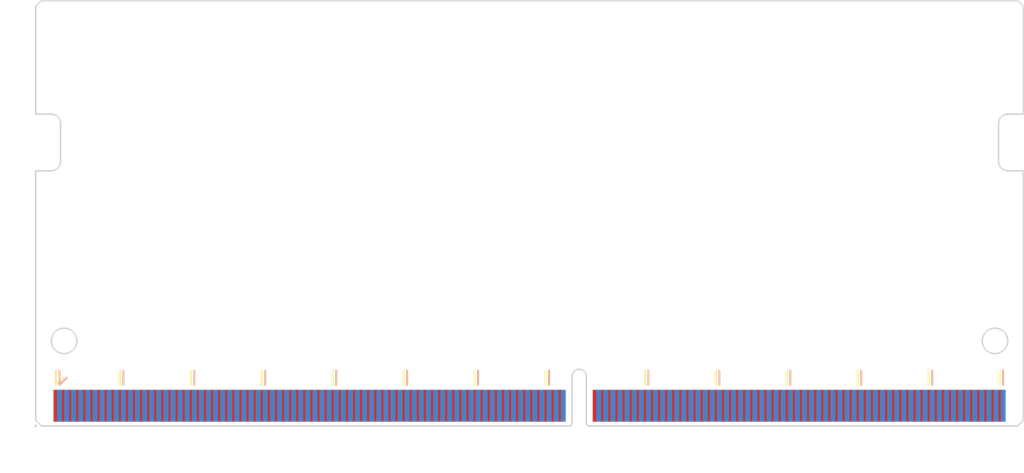
<source format=kicad_pcb>
(kicad_pcb (version 20240108) (generator "pcbnew") (generator_version "8.0")
  (layers (0 "F.Cu" signal) (1 "In1.Cu" power) (2 "In2.Cu" power) (3 "In3.Cu" signal) (4 "In4.Cu" power) (31 "B.Cu" signal) (34 "B.Paste" user) (35 "F.Paste" user) (36 "B.SilkS" user "B.Silkscreen") (37 "F.SilkS" user "F.Silkscreen") (38 "B.Mask" user) (39 "F.Mask" user) (44 "Edge.Cuts" user))
  (net 0 "")
  (footprint "pcblib:SODIMM-P260" (layer "F.Cu") (at 100 100)
    (property "Reference" "REF**" (hide yes))
    (property "Value" "SODIMM-P260" (hide yes))
    (fp_line (start 1.675 -2.9) (end 1.675 -3.9) (stroke (width 0.15)) (layer "B.SilkS"))
    (fp_line (start 1.675 -2.9) (end 2.175 -3.4) (stroke (width 0.15)) (layer "B.SilkS"))
    (fp_line (start 6.175 -2.9) (end 6.175 -3.9) (stroke (width 0.15)) (layer "B.SilkS"))
    (fp_line (start 11.175 -2.9) (end 11.175 -3.9) (stroke (width 0.15)) (layer "B.SilkS"))
    (fp_line (start 16.175 -2.9) (end 16.175 -3.9) (stroke (width 0.15)) (layer "B.SilkS"))
    (fp_line (start 21.175 -2.9) (end 21.175 -3.9) (stroke (width 0.15)) (layer "B.SilkS"))
    (fp_line (start 26.175 -2.9) (end 26.175 -3.9) (stroke (width 0.15)) (layer "B.SilkS"))
    (fp_line (start 31.175 -2.9) (end 31.175 -3.9) (stroke (width 0.15)) (layer "B.SilkS"))
    (fp_line (start 36.175 -2.9) (end 36.175 -3.9) (stroke (width 0.15)) (layer "B.SilkS"))
    (fp_line (start 43.175 -2.9) (end 43.175 -3.9) (stroke (width 0.15)) (layer "B.SilkS"))
    (fp_line (start 48.175 -2.9) (end 48.175 -3.9) (stroke (width 0.15)) (layer "B.SilkS"))
    (fp_line (start 53.175 -2.9) (end 53.175 -3.9) (stroke (width 0.15)) (layer "B.SilkS"))
    (fp_line (start 58.175 -2.9) (end 58.175 -3.9) (stroke (width 0.15)) (layer "B.SilkS"))
    (fp_line (start 63.175 -2.9) (end 63.175 -3.9) (stroke (width 0.15)) (layer "B.SilkS"))
    (fp_line (start 68.175 -2.9) (end 68.175 -3.9) (stroke (width 0.15)) (layer "B.SilkS"))
    (fp_line (start 1.425 -2.9) (end 1.425 -3.9) (stroke (width 0.15)) (layer "F.SilkS"))
    (fp_line (start 1.425 -2.9) (end 1.925 -3.4) (stroke (width 0.15)) (layer "F.SilkS"))
    (fp_line (start 5.925 -2.9) (end 5.925 -3.9) (stroke (width 0.15)) (layer "F.SilkS"))
    (fp_line (start 10.925 -2.9) (end 10.925 -3.9) (stroke (width 0.15)) (layer "F.SilkS"))
    (fp_line (start 15.925 -2.9) (end 15.925 -3.9) (stroke (width 0.15)) (layer "F.SilkS"))
    (fp_line (start 20.925 -2.9) (end 20.925 -3.9) (stroke (width 0.15)) (layer "F.SilkS"))
    (fp_line (start 25.925 -2.9) (end 25.925 -3.9) (stroke (width 0.15)) (layer "F.SilkS"))
    (fp_line (start 30.925 -2.9) (end 30.925 -3.9) (stroke (width 0.15)) (layer "F.SilkS"))
    (fp_line (start 35.925 -2.9) (end 35.925 -3.9) (stroke (width 0.15)) (layer "F.SilkS"))
    (fp_line (start 42.925 -2.9) (end 42.925 -3.9) (stroke (width 0.15)) (layer "F.SilkS"))
    (fp_line (start 47.925 -2.9) (end 47.925 -3.9) (stroke (width 0.15)) (layer "F.SilkS"))
    (fp_line (start 52.925 -2.9) (end 52.925 -3.9) (stroke (width 0.15)) (layer "F.SilkS"))
    (fp_line (start 57.925 -2.9) (end 57.925 -3.9) (stroke (width 0.15)) (layer "F.SilkS"))
    (fp_line (start 62.925 -2.9) (end 62.925 -3.9) (stroke (width 0.15)) (layer "F.SilkS"))
    (fp_line (start 67.925 -2.9) (end 67.925 -3.9) (stroke (width 0.15)) (layer "F.SilkS"))
    (pad "" np_thru_hole circle (at 2 -6) (size 1 1) (drill 1.9) (layers "F&B.Cu" "*.Mask"))
    (pad "" np_thru_hole circle (at 67.6 -6) (size 1 1) (drill 1.9) (layers "F&B.Cu" "*.Mask"))
    (pad "1" connect rect (at 1.425 -1.425) (size 0.35 2.25) (layers "F.Cu" "F.Mask"))
    (pad "2" connect rect (at 1.675 -1.425) (size 0.35 2.25) (layers "B.Cu" "B.Mask"))
    (pad "3" connect rect (at 1.925 -1.425) (size 0.35 2.25) (layers "F.Cu" "F.Mask"))
    (pad "4" connect rect (at 2.175 -1.425) (size 0.35 2.25) (layers "B.Cu" "B.Mask"))
    (pad "5" connect rect (at 2.425 -1.425) (size 0.35 2.25) (layers "F.Cu" "F.Mask"))
    (pad "6" connect rect (at 2.675 -1.425) (size 0.35 2.25) (layers "B.Cu" "B.Mask"))
    (pad "7" connect rect (at 2.925 -1.425) (size 0.35 2.25) (layers "F.Cu" "F.Mask"))
    (pad "8" connect rect (at 3.175 -1.425) (size 0.35 2.25) (layers "B.Cu" "B.Mask"))
    (pad "9" connect rect (at 3.425 -1.425) (size 0.35 2.25) (layers "F.Cu" "F.Mask"))
    (pad "10" connect rect (at 3.675 -1.425) (size 0.35 2.25) (layers "B.Cu" "B.Mask"))
    (pad "11" connect rect (at 3.925 -1.425) (size 0.35 2.25) (layers "F.Cu" "F.Mask"))
    (pad "12" connect rect (at 4.175 -1.425) (size 0.35 2.25) (layers "B.Cu" "B.Mask"))
    (pad "13" connect rect (at 4.425 -1.425) (size 0.35 2.25) (layers "F.Cu" "F.Mask"))
    (pad "14" connect rect (at 4.675 -1.425) (size 0.35 2.25) (layers "B.Cu" "B.Mask"))
    (pad "15" connect rect (at 4.925 -1.425) (size 0.35 2.25) (layers "F.Cu" "F.Mask"))
    (pad "16" connect rect (at 5.175 -1.425) (size 0.35 2.25) (layers "B.Cu" "B.Mask"))
    (pad "17" connect rect (at 5.425 -1.425) (size 0.35 2.25) (layers "F.Cu" "F.Mask"))
    (pad "18" connect rect (at 5.675 -1.425) (size 0.35 2.25) (layers "B.Cu" "B.Mask"))
    (pad "19" connect rect (at 5.925 -1.425) (size 0.35 2.25) (layers "F.Cu" "F.Mask"))
    (pad "20" connect rect (at 6.175 -1.425) (size 0.35 2.25) (layers "B.Cu" "B.Mask"))
    (pad "21" connect rect (at 6.425 -1.425) (size 0.35 2.25) (layers "F.Cu" "F.Mask"))
    (pad "22" connect rect (at 6.675 -1.425) (size 0.35 2.25) (layers "B.Cu" "B.Mask"))
    (pad "23" connect rect (at 6.925 -1.425) (size 0.35 2.25) (layers "F.Cu" "F.Mask"))
    (pad "24" connect rect (at 7.175 -1.425) (size 0.35 2.25) (layers "B.Cu" "B.Mask"))
    (pad "25" connect rect (at 7.425 -1.425) (size 0.35 2.25) (layers "F.Cu" "F.Mask"))
    (pad "26" connect rect (at 7.675 -1.425) (size 0.35 2.25) (layers "B.Cu" "B.Mask"))
    (pad "27" connect rect (at 7.925 -1.425) (size 0.35 2.25) (layers "F.Cu" "F.Mask"))
    (pad "28" connect rect (at 8.175 -1.425) (size 0.35 2.25) (layers "B.Cu" "B.Mask"))
    (pad "29" connect rect (at 8.425 -1.425) (size 0.35 2.25) (layers "F.Cu" "F.Mask"))
    (pad "30" connect rect (at 8.675 -1.425) (size 0.35 2.25) (layers "B.Cu" "B.Mask"))
    (pad "31" connect rect (at 8.925 -1.425) (size 0.35 2.25) (layers "F.Cu" "F.Mask"))
    (pad "32" connect rect (at 9.175 -1.425) (size 0.35 2.25) (layers "B.Cu" "B.Mask"))
    (pad "33" connect rect (at 9.425 -1.425) (size 0.35 2.25) (layers "F.Cu" "F.Mask"))
    (pad "34" connect rect (at 9.675 -1.425) (size 0.35 2.25) (layers "B.Cu" "B.Mask"))
    (pad "35" connect rect (at 9.925 -1.425) (size 0.35 2.25) (layers "F.Cu" "F.Mask"))
    (pad "36" connect rect (at 10.175 -1.425) (size 0.35 2.25) (layers "B.Cu" "B.Mask"))
    (pad "37" connect rect (at 10.425 -1.425) (size 0.35 2.25) (layers "F.Cu" "F.Mask"))
    (pad "38" connect rect (at 10.675 -1.425) (size 0.35 2.25) (layers "B.Cu" "B.Mask"))
    (pad "39" connect rect (at 10.925 -1.425) (size 0.35 2.25) (layers "F.Cu" "F.Mask"))
    (pad "40" connect rect (at 11.175 -1.425) (size 0.35 2.25) (layers "B.Cu" "B.Mask"))
    (pad "41" connect rect (at 11.425 -1.425) (size 0.35 2.25) (layers "F.Cu" "F.Mask"))
    (pad "42" connect rect (at 11.675 -1.425) (size 0.35 2.25) (layers "B.Cu" "B.Mask"))
    (pad "43" connect rect (at 11.925 -1.425) (size 0.35 2.25) (layers "F.Cu" "F.Mask"))
    (pad "44" connect rect (at 12.175 -1.425) (size 0.35 2.25) (layers "B.Cu" "B.Mask"))
    (pad "45" connect rect (at 12.425 -1.425) (size 0.35 2.25) (layers "F.Cu" "F.Mask"))
    (pad "46" connect rect (at 12.675 -1.425) (size 0.35 2.25) (layers "B.Cu" "B.Mask"))
    (pad "47" connect rect (at 12.925 -1.425) (size 0.35 2.25) (layers "F.Cu" "F.Mask"))
    (pad "48" connect rect (at 13.175 -1.425) (size 0.35 2.25) (layers "B.Cu" "B.Mask"))
    (pad "49" connect rect (at 13.425 -1.425) (size 0.35 2.25) (layers "F.Cu" "F.Mask"))
    (pad "50" connect rect (at 13.675 -1.425) (size 0.35 2.25) (layers "B.Cu" "B.Mask"))
    (pad "51" connect rect (at 13.925 -1.425) (size 0.35 2.25) (layers "F.Cu" "F.Mask"))
    (pad "52" connect rect (at 14.175 -1.425) (size 0.35 2.25) (layers "B.Cu" "B.Mask"))
    (pad "53" connect rect (at 14.425 -1.425) (size 0.35 2.25) (layers "F.Cu" "F.Mask"))
    (pad "54" connect rect (at 14.675 -1.425) (size 0.35 2.25) (layers "B.Cu" "B.Mask"))
    (pad "55" connect rect (at 14.925 -1.425) (size 0.35 2.25) (layers "F.Cu" "F.Mask"))
    (pad "56" connect rect (at 15.175 -1.425) (size 0.35 2.25) (layers "B.Cu" "B.Mask"))
    (pad "57" connect rect (at 15.425 -1.425) (size 0.35 2.25) (layers "F.Cu" "F.Mask"))
    (pad "58" connect rect (at 15.675 -1.425) (size 0.35 2.25) (layers "B.Cu" "B.Mask"))
    (pad "59" connect rect (at 15.925 -1.425) (size 0.35 2.25) (layers "F.Cu" "F.Mask"))
    (pad "60" connect rect (at 16.175 -1.425) (size 0.35 2.25) (layers "B.Cu" "B.Mask"))
    (pad "61" connect rect (at 16.425 -1.425) (size 0.35 2.25) (layers "F.Cu" "F.Mask"))
    (pad "62" connect rect (at 16.675 -1.425) (size 0.35 2.25) (layers "B.Cu" "B.Mask"))
    (pad "63" connect rect (at 16.925 -1.425) (size 0.35 2.25) (layers "F.Cu" "F.Mask"))
    (pad "64" connect rect (at 17.175 -1.425) (size 0.35 2.25) (layers "B.Cu" "B.Mask"))
    (pad "65" connect rect (at 17.425 -1.425) (size 0.35 2.25) (layers "F.Cu" "F.Mask"))
    (pad "66" connect rect (at 17.675 -1.425) (size 0.35 2.25) (layers "B.Cu" "B.Mask"))
    (pad "67" connect rect (at 17.925 -1.425) (size 0.35 2.25) (layers "F.Cu" "F.Mask"))
    (pad "68" connect rect (at 18.175 -1.425) (size 0.35 2.25) (layers "B.Cu" "B.Mask"))
    (pad "69" connect rect (at 18.425 -1.425) (size 0.35 2.25) (layers "F.Cu" "F.Mask"))
    (pad "70" connect rect (at 18.675 -1.425) (size 0.35 2.25) (layers "B.Cu" "B.Mask"))
    (pad "71" connect rect (at 18.925 -1.425) (size 0.35 2.25) (layers "F.Cu" "F.Mask"))
    (pad "72" connect rect (at 19.175 -1.425) (size 0.35 2.25) (layers "B.Cu" "B.Mask"))
    (pad "73" connect rect (at 19.425 -1.425) (size 0.35 2.25) (layers "F.Cu" "F.Mask"))
    (pad "74" connect rect (at 19.675 -1.425) (size 0.35 2.25) (layers "B.Cu" "B.Mask"))
    (pad "75" connect rect (at 19.925 -1.425) (size 0.35 2.25) (layers "F.Cu" "F.Mask"))
    (pad "76" connect rect (at 20.175 -1.425) (size 0.35 2.25) (layers "B.Cu" "B.Mask"))
    (pad "77" connect rect (at 20.425 -1.425) (size 0.35 2.25) (layers "F.Cu" "F.Mask"))
    (pad "78" connect rect (at 20.675 -1.425) (size 0.35 2.25) (layers "B.Cu" "B.Mask"))
    (pad "79" connect rect (at 20.925 -1.425) (size 0.35 2.25) (layers "F.Cu" "F.Mask"))
    (pad "80" connect rect (at 21.175 -1.425) (size 0.35 2.25) (layers "B.Cu" "B.Mask"))
    (pad "81" connect rect (at 21.425 -1.425) (size 0.35 2.25) (layers "F.Cu" "F.Mask"))
    (pad "82" connect rect (at 21.675 -1.425) (size 0.35 2.25) (layers "B.Cu" "B.Mask"))
    (pad "83" connect rect (at 21.925 -1.425) (size 0.35 2.25) (layers "F.Cu" "F.Mask"))
    (pad "84" connect rect (at 22.175 -1.425) (size 0.35 2.25) (layers "B.Cu" "B.Mask"))
    (pad "85" connect rect (at 22.425 -1.425) (size 0.35 2.25) (layers "F.Cu" "F.Mask"))
    (pad "86" connect rect (at 22.675 -1.425) (size 0.35 2.25) (layers "B.Cu" "B.Mask"))
    (pad "87" connect rect (at 22.925 -1.425) (size 0.35 2.25) (layers "F.Cu" "F.Mask"))
    (pad "88" connect rect (at 23.175 -1.425) (size 0.35 2.25) (layers "B.Cu" "B.Mask"))
    (pad "89" connect rect (at 23.425 -1.425) (size 0.35 2.25) (layers "F.Cu" "F.Mask"))
    (pad "90" connect rect (at 23.675 -1.425) (size 0.35 2.25) (layers "B.Cu" "B.Mask"))
    (pad "91" connect rect (at 23.925 -1.425) (size 0.35 2.25) (layers "F.Cu" "F.Mask"))
    (pad "92" connect rect (at 24.175 -1.425) (size 0.35 2.25) (layers "B.Cu" "B.Mask"))
    (pad "93" connect rect (at 24.425 -1.425) (size 0.35 2.25) (layers "F.Cu" "F.Mask"))
    (pad "94" connect rect (at 24.675 -1.425) (size 0.35 2.25) (layers "B.Cu" "B.Mask"))
    (pad "95" connect rect (at 24.925 -1.425) (size 0.35 2.25) (layers "F.Cu" "F.Mask"))
    (pad "96" connect rect (at 25.175 -1.425) (size 0.35 2.25) (layers "B.Cu" "B.Mask"))
    (pad "97" connect rect (at 25.425 -1.425) (size 0.35 2.25) (layers "F.Cu" "F.Mask"))
    (pad "98" connect rect (at 25.675 -1.425) (size 0.35 2.25) (layers "B.Cu" "B.Mask"))
    (pad "99" connect rect (at 25.925 -1.425) (size 0.35 2.25) (layers "F.Cu" "F.Mask"))
    (pad "100" connect rect (at 26.175 -1.425) (size 0.35 2.25) (layers "B.Cu" "B.Mask"))
    (pad "101" connect rect (at 26.425 -1.425) (size 0.35 2.25) (layers "F.Cu" "F.Mask"))
    (pad "102" connect rect (at 26.675 -1.425) (size 0.35 2.25) (layers "B.Cu" "B.Mask"))
    (pad "103" connect rect (at 26.925 -1.425) (size 0.35 2.25) (layers "F.Cu" "F.Mask"))
    (pad "104" connect rect (at 27.175 -1.425) (size 0.35 2.25) (layers "B.Cu" "B.Mask"))
    (pad "105" connect rect (at 27.425 -1.425) (size 0.35 2.25) (layers "F.Cu" "F.Mask"))
    (pad "106" connect rect (at 27.675 -1.425) (size 0.35 2.25) (layers "B.Cu" "B.Mask"))
    (pad "107" connect rect (at 27.925 -1.425) (size 0.35 2.25) (layers "F.Cu" "F.Mask"))
    (pad "108" connect rect (at 28.175 -1.425) (size 0.35 2.25) (layers "B.Cu" "B.Mask"))
    (pad "109" connect rect (at 28.425 -1.425) (size 0.35 2.25) (layers "F.Cu" "F.Mask"))
    (pad "110" connect rect (at 28.675 -1.425) (size 0.35 2.25) (layers "B.Cu" "B.Mask"))
    (pad "111" connect rect (at 28.925 -1.425) (size 0.35 2.25) (layers "F.Cu" "F.Mask"))
    (pad "112" connect rect (at 29.175 -1.425) (size 0.35 2.25) (layers "B.Cu" "B.Mask"))
    (pad "113" connect rect (at 29.425 -1.425) (size 0.35 2.25) (layers "F.Cu" "F.Mask"))
    (pad "114" connect rect (at 29.675 -1.425) (size 0.35 2.25) (layers "B.Cu" "B.Mask"))
    (pad "115" connect rect (at 29.925 -1.425) (size 0.35 2.25) (layers "F.Cu" "F.Mask"))
    (pad "116" connect rect (at 30.175 -1.425) (size 0.35 2.25) (layers "B.Cu" "B.Mask"))
    (pad "117" connect rect (at 30.425 -1.425) (size 0.35 2.25) (layers "F.Cu" "F.Mask"))
    (pad "118" connect rect (at 30.675 -1.425) (size 0.35 2.25) (layers "B.Cu" "B.Mask"))
    (pad "119" connect rect (at 30.925 -1.425) (size 0.35 2.25) (layers "F.Cu" "F.Mask"))
    (pad "120" connect rect (at 31.175 -1.425) (size 0.35 2.25) (layers "B.Cu" "B.Mask"))
    (pad "121" connect rect (at 31.425 -1.425) (size 0.35 2.25) (layers "F.Cu" "F.Mask"))
    (pad "122" connect rect (at 31.675 -1.425) (size 0.35 2.25) (layers "B.Cu" "B.Mask"))
    (pad "123" connect rect (at 31.925 -1.425) (size 0.35 2.25) (layers "F.Cu" "F.Mask"))
    (pad "124" connect rect (at 32.175 -1.425) (size 0.35 2.25) (layers "B.Cu" "B.Mask"))
    (pad "125" connect rect (at 32.425 -1.425) (size 0.35 2.25) (layers "F.Cu" "F.Mask"))
    (pad "126" connect rect (at 32.675 -1.425) (size 0.35 2.25) (layers "B.Cu" "B.Mask"))
    (pad "127" connect rect (at 32.925 -1.425) (size 0.35 2.25) (layers "F.Cu" "F.Mask"))
    (pad "128" connect rect (at 33.175 -1.425) (size 0.35 2.25) (layers "B.Cu" "B.Mask"))
    (pad "129" connect rect (at 33.425 -1.425) (size 0.35 2.25) (layers "F.Cu" "F.Mask"))
    (pad "130" connect rect (at 33.675 -1.425) (size 0.35 2.25) (layers "B.Cu" "B.Mask"))
    (pad "131" connect rect (at 33.925 -1.425) (size 0.35 2.25) (layers "F.Cu" "F.Mask"))
    (pad "132" connect rect (at 34.175 -1.425) (size 0.35 2.25) (layers "B.Cu" "B.Mask"))
    (pad "133" connect rect (at 34.425 -1.425) (size 0.35 2.25) (layers "F.Cu" "F.Mask"))
    (pad "134" connect rect (at 34.675 -1.425) (size 0.35 2.25) (layers "B.Cu" "B.Mask"))
    (pad "135" connect rect (at 34.925 -1.425) (size 0.35 2.25) (layers "F.Cu" "F.Mask"))
    (pad "136" connect rect (at 35.175 -1.425) (size 0.35 2.25) (layers "B.Cu" "B.Mask"))
    (pad "137" connect rect (at 35.425 -1.425) (size 0.35 2.25) (layers "F.Cu" "F.Mask"))
    (pad "138" connect rect (at 35.675 -1.425) (size 0.35 2.25) (layers "B.Cu" "B.Mask"))
    (pad "139" connect rect (at 35.925 -1.425) (size 0.35 2.25) (layers "F.Cu" "F.Mask"))
    (pad "140" connect rect (at 36.175 -1.425) (size 0.35 2.25) (layers "B.Cu" "B.Mask"))
    (pad "141" connect rect (at 36.425 -1.425) (size 0.35 2.25) (layers "F.Cu" "F.Mask"))
    (pad "142" connect rect (at 36.675 -1.425) (size 0.35 2.25) (layers "B.Cu" "B.Mask"))
    (pad "143" connect rect (at 36.925 -1.425) (size 0.35 2.25) (layers "F.Cu" "F.Mask"))
    (pad "144" connect rect (at 37.175 -1.425) (size 0.35 2.25) (layers "B.Cu" "B.Mask"))
    (pad "145" connect rect (at 39.425 -1.425) (size 0.35 2.25) (layers "F.Cu" "F.Mask"))
    (pad "146" connect rect (at 39.675 -1.425) (size 0.35 2.25) (layers "B.Cu" "B.Mask"))
    (pad "147" connect rect (at 39.925 -1.425) (size 0.35 2.25) (layers "F.Cu" "F.Mask"))
    (pad "148" connect rect (at 40.175 -1.425) (size 0.35 2.25) (layers "B.Cu" "B.Mask"))
    (pad "149" connect rect (at 40.425 -1.425) (size 0.35 2.25) (layers "F.Cu" "F.Mask"))
    (pad "150" connect rect (at 40.675 -1.425) (size 0.35 2.25) (layers "B.Cu" "B.Mask"))
    (pad "151" connect rect (at 40.925 -1.425) (size 0.35 2.25) (layers "F.Cu" "F.Mask"))
    (pad "152" connect rect (at 41.175 -1.425) (size 0.35 2.25) (layers "B.Cu" "B.Mask"))
    (pad "153" connect rect (at 41.425 -1.425) (size 0.35 2.25) (layers "F.Cu" "F.Mask"))
    (pad "154" connect rect (at 41.675 -1.425) (size 0.35 2.25) (layers "B.Cu" "B.Mask"))
    (pad "155" connect rect (at 41.925 -1.425) (size 0.35 2.25) (layers "F.Cu" "F.Mask"))
    (pad "156" connect rect (at 42.175 -1.425) (size 0.35 2.25) (layers "B.Cu" "B.Mask"))
    (pad "157" connect rect (at 42.425 -1.425) (size 0.35 2.25) (layers "F.Cu" "F.Mask"))
    (pad "158" connect rect (at 42.675 -1.425) (size 0.35 2.25) (layers "B.Cu" "B.Mask"))
    (pad "159" connect rect (at 42.925 -1.425) (size 0.35 2.25) (layers "F.Cu" "F.Mask"))
    (pad "160" connect rect (at 43.175 -1.425) (size 0.35 2.25) (layers "B.Cu" "B.Mask"))
    (pad "161" connect rect (at 43.425 -1.425) (size 0.35 2.25) (layers "F.Cu" "F.Mask"))
    (pad "162" connect rect (at 43.675 -1.425) (size 0.35 2.25) (layers "B.Cu" "B.Mask"))
    (pad "163" connect rect (at 43.925 -1.425) (size 0.35 2.25) (layers "F.Cu" "F.Mask"))
    (pad "164" connect rect (at 44.175 -1.425) (size 0.35 2.25) (layers "B.Cu" "B.Mask"))
    (pad "165" connect rect (at 44.425 -1.425) (size 0.35 2.25) (layers "F.Cu" "F.Mask"))
    (pad "166" connect rect (at 44.675 -1.425) (size 0.35 2.25) (layers "B.Cu" "B.Mask"))
    (pad "167" connect rect (at 44.925 -1.425) (size 0.35 2.25) (layers "F.Cu" "F.Mask"))
    (pad "168" connect rect (at 45.175 -1.425) (size 0.35 2.25) (layers "B.Cu" "B.Mask"))
    (pad "169" connect rect (at 45.425 -1.425) (size 0.35 2.25) (layers "F.Cu" "F.Mask"))
    (pad "170" connect rect (at 45.675 -1.425) (size 0.35 2.25) (layers "B.Cu" "B.Mask"))
    (pad "171" connect rect (at 45.925 -1.425) (size 0.35 2.25) (layers "F.Cu" "F.Mask"))
    (pad "172" connect rect (at 46.175 -1.425) (size 0.35 2.25) (layers "B.Cu" "B.Mask"))
    (pad "173" connect rect (at 46.425 -1.425) (size 0.35 2.25) (layers "F.Cu" "F.Mask"))
    (pad "174" connect rect (at 46.675 -1.425) (size 0.35 2.25) (layers "B.Cu" "B.Mask"))
    (pad "175" connect rect (at 46.925 -1.425) (size 0.35 2.25) (layers "F.Cu" "F.Mask"))
    (pad "176" connect rect (at 47.175 -1.425) (size 0.35 2.25) (layers "B.Cu" "B.Mask"))
    (pad "177" connect rect (at 47.425 -1.425) (size 0.35 2.25) (layers "F.Cu" "F.Mask"))
    (pad "178" connect rect (at 47.675 -1.425) (size 0.35 2.25) (layers "B.Cu" "B.Mask"))
    (pad "179" connect rect (at 47.925 -1.425) (size 0.35 2.25) (layers "F.Cu" "F.Mask"))
    (pad "180" connect rect (at 48.175 -1.425) (size 0.35 2.25) (layers "B.Cu" "B.Mask"))
    (pad "181" connect rect (at 48.425 -1.425) (size 0.35 2.25) (layers "F.Cu" "F.Mask"))
    (pad "182" connect rect (at 48.675 -1.425) (size 0.35 2.25) (layers "B.Cu" "B.Mask"))
    (pad "183" connect rect (at 48.925 -1.425) (size 0.35 2.25) (layers "F.Cu" "F.Mask"))
    (pad "184" connect rect (at 49.175 -1.425) (size 0.35 2.25) (layers "B.Cu" "B.Mask"))
    (pad "185" connect rect (at 49.425 -1.425) (size 0.35 2.25) (layers "F.Cu" "F.Mask"))
    (pad "186" connect rect (at 49.675 -1.425) (size 0.35 2.25) (layers "B.Cu" "B.Mask"))
    (pad "187" connect rect (at 49.925 -1.425) (size 0.35 2.25) (layers "F.Cu" "F.Mask"))
    (pad "188" connect rect (at 50.175 -1.425) (size 0.35 2.25) (layers "B.Cu" "B.Mask"))
    (pad "189" connect rect (at 50.425 -1.425) (size 0.35 2.25) (layers "F.Cu" "F.Mask"))
    (pad "190" connect rect (at 50.675 -1.425) (size 0.35 2.25) (layers "B.Cu" "B.Mask"))
    (pad "191" connect rect (at 50.925 -1.425) (size 0.35 2.25) (layers "F.Cu" "F.Mask"))
    (pad "192" connect rect (at 51.175 -1.425) (size 0.35 2.25) (layers "B.Cu" "B.Mask"))
    (pad "193" connect rect (at 51.425 -1.425) (size 0.35 2.25) (layers "F.Cu" "F.Mask"))
    (pad "194" connect rect (at 51.675 -1.425) (size 0.35 2.25) (layers "B.Cu" "B.Mask"))
    (pad "195" connect rect (at 51.925 -1.425) (size 0.35 2.25) (layers "F.Cu" "F.Mask"))
    (pad "196" connect rect (at 52.175 -1.425) (size 0.35 2.25) (layers "B.Cu" "B.Mask"))
    (pad "197" connect rect (at 52.425 -1.425) (size 0.35 2.25) (layers "F.Cu" "F.Mask"))
    (pad "198" connect rect (at 52.675 -1.425) (size 0.35 2.25) (layers "B.Cu" "B.Mask"))
    (pad "199" connect rect (at 52.925 -1.425) (size 0.35 2.25) (layers "F.Cu" "F.Mask"))
    (pad "200" connect rect (at 53.175 -1.425) (size 0.35 2.25) (layers "B.Cu" "B.Mask"))
    (pad "201" connect rect (at 53.425 -1.425) (size 0.35 2.25) (layers "F.Cu" "F.Mask"))
    (pad "202" connect rect (at 53.675 -1.425) (size 0.35 2.25) (layers "B.Cu" "B.Mask"))
    (pad "203" connect rect (at 53.925 -1.425) (size 0.35 2.25) (layers "F.Cu" "F.Mask"))
    (pad "204" connect rect (at 54.175 -1.425) (size 0.35 2.25) (layers "B.Cu" "B.Mask"))
    (pad "205" connect rect (at 54.425 -1.425) (size 0.35 2.25) (layers "F.Cu" "F.Mask"))
    (pad "206" connect rect (at 54.675 -1.425) (size 0.35 2.25) (layers "B.Cu" "B.Mask"))
    (pad "207" connect rect (at 54.925 -1.425) (size 0.35 2.25) (layers "F.Cu" "F.Mask"))
    (pad "208" connect rect (at 55.175 -1.425) (size 0.35 2.25) (layers "B.Cu" "B.Mask"))
    (pad "209" connect rect (at 55.425 -1.425) (size 0.35 2.25) (layers "F.Cu" "F.Mask"))
    (pad "210" connect rect (at 55.675 -1.425) (size 0.35 2.25) (layers "B.Cu" "B.Mask"))
    (pad "211" connect rect (at 55.925 -1.425) (size 0.35 2.25) (layers "F.Cu" "F.Mask"))
    (pad "212" connect rect (at 56.175 -1.425) (size 0.35 2.25) (layers "B.Cu" "B.Mask"))
    (pad "213" connect rect (at 56.425 -1.425) (size 0.35 2.25) (layers "F.Cu" "F.Mask"))
    (pad "214" connect rect (at 56.675 -1.425) (size 0.35 2.25) (layers "B.Cu" "B.Mask"))
    (pad "215" connect rect (at 56.925 -1.425) (size 0.35 2.25) (layers "F.Cu" "F.Mask"))
    (pad "216" connect rect (at 57.175 -1.425) (size 0.35 2.25) (layers "B.Cu" "B.Mask"))
    (pad "217" connect rect (at 57.425 -1.425) (size 0.35 2.25) (layers "F.Cu" "F.Mask"))
    (pad "218" connect rect (at 57.675 -1.425) (size 0.35 2.25) (layers "B.Cu" "B.Mask"))
    (pad "219" connect rect (at 57.925 -1.425) (size 0.35 2.25) (layers "F.Cu" "F.Mask"))
    (pad "220" connect rect (at 58.175 -1.425) (size 0.35 2.25) (layers "B.Cu" "B.Mask"))
    (pad "221" connect rect (at 58.425 -1.425) (size 0.35 2.25) (layers "F.Cu" "F.Mask"))
    (pad "222" connect rect (at 58.675 -1.425) (size 0.35 2.25) (layers "B.Cu" "B.Mask"))
    (pad "223" connect rect (at 58.925 -1.425) (size 0.35 2.25) (layers "F.Cu" "F.Mask"))
    (pad "224" connect rect (at 59.175 -1.425) (size 0.35 2.25) (layers "B.Cu" "B.Mask"))
    (pad "225" connect rect (at 59.425 -1.425) (size 0.35 2.25) (layers "F.Cu" "F.Mask"))
    (pad "226" connect rect (at 59.675 -1.425) (size 0.35 2.25) (layers "B.Cu" "B.Mask"))
    (pad "227" connect rect (at 59.925 -1.425) (size 0.35 2.25) (layers "F.Cu" "F.Mask"))
    (pad "228" connect rect (at 60.175 -1.425) (size 0.35 2.25) (layers "B.Cu" "B.Mask"))
    (pad "229" connect rect (at 60.425 -1.425) (size 0.35 2.25) (layers "F.Cu" "F.Mask"))
    (pad "230" connect rect (at 60.675 -1.425) (size 0.35 2.25) (layers "B.Cu" "B.Mask"))
    (pad "231" connect rect (at 60.925 -1.425) (size 0.35 2.25) (layers "F.Cu" "F.Mask"))
    (pad "232" connect rect (at 61.175 -1.425) (size 0.35 2.25) (layers "B.Cu" "B.Mask"))
    (pad "233" connect rect (at 61.425 -1.425) (size 0.35 2.25) (layers "F.Cu" "F.Mask"))
    (pad "234" connect rect (at 61.675 -1.425) (size 0.35 2.25) (layers "B.Cu" "B.Mask"))
    (pad "235" connect rect (at 61.925 -1.425) (size 0.35 2.25) (layers "F.Cu" "F.Mask"))
    (pad "236" connect rect (at 62.175 -1.425) (size 0.35 2.25) (layers "B.Cu" "B.Mask"))
    (pad "237" connect rect (at 62.425 -1.425) (size 0.35 2.25) (layers "F.Cu" "F.Mask"))
    (pad "238" connect rect (at 62.675 -1.425) (size 0.35 2.25) (layers "B.Cu" "B.Mask"))
    (pad "239" connect rect (at 62.925 -1.425) (size 0.35 2.25) (layers "F.Cu" "F.Mask"))
    (pad "240" connect rect (at 63.175 -1.425) (size 0.35 2.25) (layers "B.Cu" "B.Mask"))
    (pad "241" connect rect (at 63.425 -1.425) (size 0.35 2.25) (layers "F.Cu" "F.Mask"))
    (pad "242" connect rect (at 63.675 -1.425) (size 0.35 2.25) (layers "B.Cu" "B.Mask"))
    (pad "243" connect rect (at 63.925 -1.425) (size 0.35 2.25) (layers "F.Cu" "F.Mask"))
    (pad "244" connect rect (at 64.175 -1.425) (size 0.35 2.25) (layers "B.Cu" "B.Mask"))
    (pad "245" connect rect (at 64.425 -1.425) (size 0.35 2.25) (layers "F.Cu" "F.Mask"))
    (pad "246" connect rect (at 64.675 -1.425) (size 0.35 2.25) (layers "B.Cu" "B.Mask"))
    (pad "247" connect rect (at 64.925 -1.425) (size 0.35 2.25) (layers "F.Cu" "F.Mask"))
    (pad "248" connect rect (at 65.175 -1.425) (size 0.35 2.25) (layers "B.Cu" "B.Mask"))
    (pad "249" connect rect (at 65.425 -1.425) (size 0.35 2.25) (layers "F.Cu" "F.Mask"))
    (pad "250" connect rect (at 65.675 -1.425) (size 0.35 2.25) (layers "B.Cu" "B.Mask"))
    (pad "251" connect rect (at 65.925 -1.425) (size 0.35 2.25) (layers "F.Cu" "F.Mask"))
    (pad "252" connect rect (at 66.175 -1.425) (size 0.35 2.25) (layers "B.Cu" "B.Mask"))
    (pad "253" connect rect (at 66.425 -1.425) (size 0.35 2.25) (layers "F.Cu" "F.Mask"))
    (pad "254" connect rect (at 66.675 -1.425) (size 0.35 2.25) (layers "B.Cu" "B.Mask"))
    (pad "255" connect rect (at 66.925 -1.425) (size 0.35 2.25) (layers "F.Cu" "F.Mask"))
    (pad "256" connect rect (at 67.175 -1.425) (size 0.35 2.25) (layers "B.Cu" "B.Mask"))
    (pad "257" connect rect (at 67.425 -1.425) (size 0.35 2.25) (layers "F.Cu" "F.Mask"))
    (pad "258" connect rect (at 67.675 -1.425) (size 0.35 2.25) (layers "B.Cu" "B.Mask"))
    (pad "259" connect rect (at 67.925 -1.425) (size 0.35 2.25) (layers "F.Cu" "F.Mask"))
    (pad "260" connect rect (at 68.175 -1.425) (size 0.35 2.25) (layers "B.Cu" "B.Mask"))
  )
  (gr_arc (start 137.8 99.8) (mid 137.741421 99.941421) (end 137.6 100) (stroke (width 0.1)) (layer "Edge.Cuts"))
  (gr_arc (start 100 100) (mid 100 100) (end 100 100) (stroke (width 0.1)) (layer "Edge.Cuts"))
  (gr_circle (center 167.6 94) (end 168.5 94) (stroke (width 0.1)) (fill none) (layer "Edge.Cuts"))
  (gr_arc (start 101.75 81.35) (mid 101.559619 81.809619) (end 101.1 82) (stroke (width 0.1)) (layer "Edge.Cuts"))
  (gr_line (start 100.4 100) (end 137.6 100) (stroke (width 0.1)) (layer "Edge.Cuts"))
  (gr_line (start 168.5 78) (end 169.6 78) (stroke (width 0.1)) (layer "Edge.Cuts"))
  (gr_line (start 138.8 99.8) (end 138.8 96.5) (stroke (width 0.1)) (layer "Edge.Cuts"))
  (gr_line (start 137.8 99.8) (end 137.8 96.5) (stroke (width 0.1)) (layer "Edge.Cuts"))
  (gr_arc (start 139 100) (mid 138.858579 99.941421) (end 138.8 99.8) (stroke (width 0.1)) (layer "Edge.Cuts"))
  (gr_circle (center 102 94) (end 102.9 94) (stroke (width 0.1)) (fill none) (layer "Edge.Cuts"))
  (gr_line (start 169.6 78) (end 169.6 70.4) (stroke (width 0.1)) (layer "Edge.Cuts"))
  (gr_arc (start 101.1 78) (mid 101.559619 78.190381) (end 101.75 78.65) (stroke (width 0.1)) (layer "Edge.Cuts"))
  (gr_arc (start 167.85 78.65) (mid 168.040381 78.190381) (end 168.5 78) (stroke (width 0.1)) (layer "Edge.Cuts"))
  (gr_line (start 169.6 70.4) (end 169.2 70) (stroke (width 0.1)) (layer "Edge.Cuts"))
  (gr_line (start 100.4 100) (end 100 99.6) (stroke (width 0.1)) (layer "Edge.Cuts"))
  (gr_line (start 100 82) (end 100 99.6) (stroke (width 0.1)) (layer "Edge.Cuts"))
  (gr_line (start 100 70.4) (end 100 78) (stroke (width 0.1)) (layer "Edge.Cuts"))
  (gr_line (start 169.6 99.6) (end 169.6 82) (stroke (width 0.1)) (layer "Edge.Cuts"))
  (gr_line (start 167.85 81.35) (end 167.85 78.65) (stroke (width 0.1)) (layer "Edge.Cuts"))
  (gr_line (start 101.75 78.65) (end 101.75 81.35) (stroke (width 0.1)) (layer "Edge.Cuts"))
  (gr_line (start 169.2 100) (end 169.6 99.6) (stroke (width 0.1)) (layer "Edge.Cuts"))
  (gr_line (start 100 82) (end 101.1 82) (stroke (width 0.1)) (layer "Edge.Cuts"))
  (gr_line (start 139 100) (end 169.2 100) (stroke (width 0.1)) (layer "Edge.Cuts"))
  (gr_arc (start 137.8 96.5) (mid 138.3 96) (end 138.8 96.5) (stroke (width 0.1)) (layer "Edge.Cuts"))
  (gr_line (start 169.6 82) (end 168.5 82) (stroke (width 0.1)) (layer "Edge.Cuts"))
  (gr_arc (start 168.5 82) (mid 168.040381 81.809619) (end 167.85 81.35) (stroke (width 0.1)) (layer "Edge.Cuts"))
  (gr_line (start 100 70.4) (end 100.4 70) (stroke (width 0.1)) (layer "Edge.Cuts"))
  (gr_line (start 100 78) (end 101.1 78) (stroke (width 0.1)) (layer "Edge.Cuts"))
  (gr_line (start 169.2 70) (end 100.4 70) (stroke (width 0.1)) (layer "Edge.Cuts"))
)
</source>
